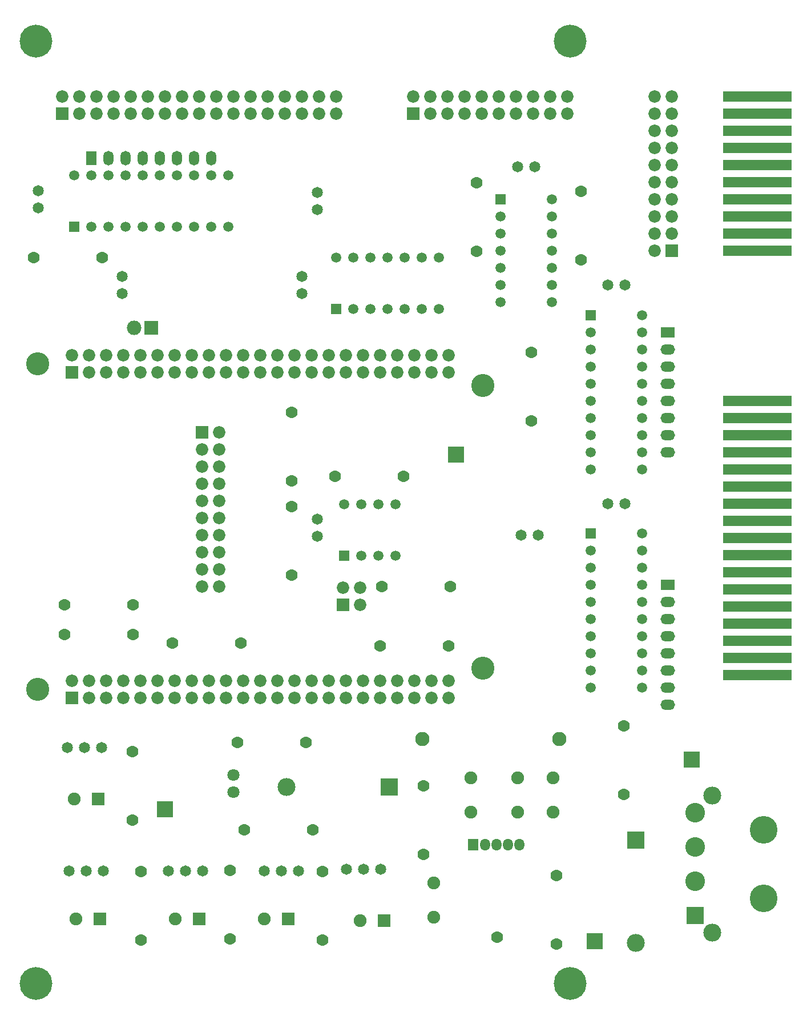
<source format=gbs>
%FSLAX34Y34*%
G04 Gerber Fmt 3.4, Leading zero omitted, Abs format*
G04 (created by PCBNEW (2014-02-12 BZR 4693)-product) date Sun 08 Jun 2014 08:36:32 PM EDT*
%MOIN*%
G01*
G70*
G90*
G04 APERTURE LIST*
%ADD10C,0.006000*%
%ADD11O,0.058724X0.069724*%
%ADD12R,0.058724X0.069724*%
%ADD13C,0.069724*%
%ADD14C,0.134724*%
%ADD15R,0.072724X0.072724*%
%ADD16C,0.072724*%
%ADD17R,0.404724X0.064724*%
%ADD18C,0.083424*%
%ADD19C,0.104724*%
%ADD20R,0.104724X0.104724*%
%ADD21R,0.084724X0.084724*%
%ADD22O,0.084724X0.084724*%
%ADD23O,0.072724X0.072724*%
%ADD24R,0.059724X0.059724*%
%ADD25C,0.059724*%
%ADD26C,0.191724*%
%ADD27R,0.074724X0.074724*%
%ADD28C,0.074724*%
%ADD29C,0.070724*%
%ADD30R,0.092724X0.092724*%
%ADD31R,0.059724X0.084724*%
%ADD32O,0.059724X0.084724*%
%ADD33R,0.084724X0.059724*%
%ADD34O,0.084724X0.059724*%
%ADD35C,0.114724*%
%ADD36C,0.161724*%
%ADD37C,0.064724*%
G04 APERTURE END LIST*
G54D10*
G54D11*
X76340Y-54180D03*
X75670Y-54180D03*
X75000Y-54180D03*
X74330Y-54180D03*
G54D12*
X73660Y-54180D03*
G54D13*
X75030Y-59580D03*
G54D14*
X74200Y-43850D03*
X48200Y-45100D03*
X48200Y-26100D03*
X74200Y-27350D03*
G54D15*
X50200Y-45600D03*
G54D16*
X50200Y-44600D03*
X51200Y-45600D03*
X51200Y-44600D03*
X52200Y-45600D03*
X52200Y-44600D03*
X53200Y-45600D03*
X53200Y-44600D03*
X54200Y-45600D03*
X54200Y-44600D03*
X55200Y-45600D03*
X55200Y-44600D03*
X56200Y-45600D03*
X56200Y-44600D03*
X57200Y-45600D03*
X57200Y-44600D03*
X58200Y-45600D03*
X58200Y-44600D03*
X59200Y-45600D03*
X59200Y-44600D03*
X60200Y-45600D03*
X60200Y-44600D03*
X61200Y-45600D03*
X61200Y-44600D03*
X62200Y-45600D03*
X62200Y-44600D03*
X63200Y-45600D03*
X63200Y-44600D03*
X64200Y-45600D03*
X64200Y-44600D03*
X65200Y-45600D03*
X65200Y-44600D03*
X66200Y-45600D03*
X66200Y-44600D03*
X67200Y-45600D03*
X67200Y-44600D03*
X68200Y-45600D03*
X68200Y-44600D03*
X69200Y-45600D03*
X69200Y-44600D03*
X70200Y-45600D03*
X70200Y-44600D03*
X71200Y-45600D03*
X71200Y-44600D03*
X72200Y-45600D03*
X72200Y-44600D03*
G54D15*
X50200Y-26600D03*
G54D16*
X50200Y-25600D03*
X51200Y-26600D03*
X51200Y-25600D03*
X52200Y-26600D03*
X52200Y-25600D03*
X53200Y-26600D03*
X53200Y-25600D03*
X54200Y-26600D03*
X54200Y-25600D03*
X55200Y-26600D03*
X55200Y-25600D03*
X56200Y-26600D03*
X56200Y-25600D03*
X57200Y-26600D03*
X57200Y-25600D03*
X58200Y-26600D03*
X58200Y-25600D03*
X59200Y-26600D03*
X59200Y-25600D03*
X60200Y-26600D03*
X60200Y-25600D03*
X61200Y-26600D03*
X61200Y-25600D03*
X62200Y-26600D03*
X62200Y-25600D03*
X63200Y-26600D03*
X63200Y-25600D03*
X64200Y-26600D03*
X64200Y-25600D03*
X65200Y-26600D03*
X65200Y-25600D03*
X66200Y-26600D03*
X66200Y-25600D03*
X67200Y-26600D03*
X67200Y-25600D03*
X68200Y-26600D03*
X68200Y-25600D03*
X69200Y-26600D03*
X69200Y-25600D03*
X70200Y-26600D03*
X70200Y-25600D03*
X71200Y-26600D03*
X71200Y-25600D03*
X72200Y-26600D03*
X72200Y-25600D03*
G54D17*
X90250Y-19500D03*
X90250Y-18500D03*
X90250Y-17500D03*
X90250Y-16500D03*
X90250Y-15500D03*
X90250Y-14500D03*
X90250Y-13500D03*
X90250Y-12500D03*
X90250Y-11500D03*
X90250Y-10500D03*
G54D18*
X78687Y-48000D03*
X70687Y-48000D03*
G54D19*
X83150Y-59900D03*
G54D20*
X83150Y-53900D03*
G54D19*
X62750Y-50800D03*
G54D20*
X68750Y-50800D03*
G54D21*
X54850Y-24000D03*
G54D22*
X53850Y-24000D03*
G54D15*
X66050Y-40150D03*
G54D23*
X66050Y-39150D03*
X67050Y-40150D03*
X67050Y-39150D03*
G54D24*
X80500Y-36000D03*
G54D25*
X80500Y-37000D03*
X80500Y-38000D03*
X80500Y-39000D03*
X80500Y-40000D03*
X80500Y-41000D03*
X80500Y-42000D03*
X80500Y-43000D03*
X80500Y-44000D03*
X80500Y-45000D03*
X83500Y-45000D03*
X83500Y-44000D03*
X83500Y-43000D03*
X83500Y-42000D03*
X83500Y-41000D03*
X83500Y-40000D03*
X83500Y-39000D03*
X83500Y-38000D03*
X83500Y-37000D03*
X83500Y-36000D03*
G54D24*
X80500Y-23250D03*
G54D25*
X80500Y-24250D03*
X80500Y-25250D03*
X80500Y-26250D03*
X80500Y-27250D03*
X80500Y-28250D03*
X80500Y-29250D03*
X80500Y-30250D03*
X80500Y-31250D03*
X80500Y-32250D03*
X83500Y-32250D03*
X83500Y-31250D03*
X83500Y-30250D03*
X83500Y-29250D03*
X83500Y-28250D03*
X83500Y-27250D03*
X83500Y-26250D03*
X83500Y-25250D03*
X83500Y-24250D03*
X83500Y-23250D03*
G54D24*
X65650Y-22900D03*
G54D25*
X66650Y-22900D03*
X67650Y-22900D03*
X68650Y-22900D03*
X69650Y-22900D03*
X70650Y-22900D03*
X71650Y-22900D03*
X71650Y-19900D03*
X70650Y-19900D03*
X69650Y-19900D03*
X68650Y-19900D03*
X67650Y-19900D03*
X66650Y-19900D03*
X65650Y-19900D03*
G54D24*
X50350Y-18100D03*
G54D25*
X51350Y-18100D03*
X52350Y-18100D03*
X53350Y-18100D03*
X54350Y-18100D03*
X55350Y-18100D03*
X56350Y-18100D03*
X57350Y-18100D03*
X58350Y-18100D03*
X59350Y-18100D03*
X59350Y-15100D03*
X58350Y-15100D03*
X57350Y-15100D03*
X56350Y-15100D03*
X55350Y-15100D03*
X54350Y-15100D03*
X53350Y-15100D03*
X52350Y-15100D03*
X51350Y-15100D03*
X50350Y-15100D03*
G54D24*
X66124Y-37314D03*
G54D25*
X67124Y-37314D03*
X68124Y-37314D03*
X69124Y-37314D03*
X69124Y-34314D03*
X68124Y-34314D03*
X67124Y-34314D03*
X66124Y-34314D03*
G54D24*
X75250Y-16500D03*
G54D25*
X75250Y-17500D03*
X75250Y-18500D03*
X75250Y-19500D03*
X75250Y-20500D03*
X75250Y-21500D03*
X75250Y-22500D03*
X78250Y-22500D03*
X78250Y-21500D03*
X78250Y-20500D03*
X78250Y-19500D03*
X78250Y-18500D03*
X78250Y-17500D03*
X78250Y-16500D03*
G54D15*
X57800Y-30100D03*
G54D23*
X58800Y-30100D03*
X57800Y-31100D03*
X58800Y-31100D03*
X57800Y-32100D03*
X58800Y-32100D03*
X57800Y-33100D03*
X58800Y-33100D03*
X57800Y-34100D03*
X58800Y-34100D03*
X57800Y-35100D03*
X58800Y-35100D03*
X57800Y-36100D03*
X58800Y-36100D03*
X57800Y-37100D03*
X58800Y-37100D03*
X57800Y-38100D03*
X58800Y-38100D03*
X57800Y-39100D03*
X58800Y-39100D03*
G54D15*
X85250Y-19500D03*
G54D23*
X84250Y-19500D03*
X85250Y-18500D03*
X84250Y-18500D03*
X85250Y-17500D03*
X84250Y-17500D03*
X85250Y-16500D03*
X84250Y-16500D03*
X85250Y-15500D03*
X84250Y-15500D03*
X85250Y-14500D03*
X84250Y-14500D03*
X85250Y-13500D03*
X84250Y-13500D03*
X85250Y-12500D03*
X84250Y-12500D03*
X85250Y-11500D03*
X84250Y-11500D03*
X85250Y-10500D03*
X84250Y-10500D03*
G54D15*
X70150Y-11500D03*
G54D23*
X70150Y-10500D03*
X71150Y-11500D03*
X71150Y-10500D03*
X72150Y-11500D03*
X72150Y-10500D03*
X73150Y-11500D03*
X73150Y-10500D03*
X74150Y-11500D03*
X74150Y-10500D03*
X75150Y-11500D03*
X75150Y-10500D03*
X76150Y-11500D03*
X76150Y-10500D03*
X77150Y-11500D03*
X77150Y-10500D03*
X78150Y-11500D03*
X78150Y-10500D03*
X79150Y-11500D03*
X79150Y-10500D03*
G54D26*
X48100Y-62250D03*
X79300Y-7250D03*
X79300Y-62250D03*
X48100Y-7250D03*
G54D27*
X51730Y-51500D03*
G54D28*
X50350Y-51500D03*
G54D27*
X68430Y-58600D03*
G54D28*
X67050Y-58600D03*
G54D27*
X62830Y-58500D03*
G54D28*
X61450Y-58500D03*
G54D27*
X57630Y-58500D03*
G54D28*
X56250Y-58500D03*
G54D27*
X51830Y-58500D03*
G54D28*
X50450Y-58500D03*
G54D15*
X49650Y-11500D03*
G54D23*
X49650Y-10500D03*
X50650Y-11500D03*
X50650Y-10500D03*
X51650Y-11500D03*
X51650Y-10500D03*
X52650Y-11500D03*
X52650Y-10500D03*
X53650Y-11500D03*
X53650Y-10500D03*
X54650Y-11500D03*
X54650Y-10500D03*
X55650Y-11500D03*
X55650Y-10500D03*
X56650Y-11500D03*
X56650Y-10500D03*
X57650Y-11500D03*
X57650Y-10500D03*
X58650Y-11500D03*
X58650Y-10500D03*
X59650Y-11500D03*
X59650Y-10500D03*
X60650Y-11500D03*
X60650Y-10500D03*
X61650Y-11500D03*
X61650Y-10500D03*
X62650Y-11500D03*
X62650Y-10500D03*
X63650Y-11500D03*
X63650Y-10500D03*
X64650Y-11500D03*
X64650Y-10500D03*
X65650Y-11500D03*
X65650Y-10500D03*
G54D29*
X59650Y-50100D03*
X59650Y-51100D03*
G54D17*
X90250Y-44250D03*
X90250Y-43250D03*
X90250Y-42250D03*
X90250Y-41250D03*
X90250Y-40250D03*
X90250Y-39250D03*
X90250Y-38250D03*
X90250Y-37250D03*
X90250Y-36250D03*
X90250Y-35250D03*
X90250Y-34250D03*
X90250Y-33250D03*
X90250Y-32250D03*
X90250Y-31250D03*
X90250Y-30250D03*
X90250Y-29250D03*
X90250Y-28250D03*
G54D30*
X72650Y-31400D03*
X55650Y-52100D03*
X80750Y-59800D03*
X86400Y-49200D03*
G54D31*
X51350Y-14100D03*
G54D32*
X52350Y-14100D03*
X53350Y-14100D03*
X54350Y-14100D03*
X55350Y-14100D03*
X56350Y-14100D03*
X57350Y-14100D03*
X58350Y-14100D03*
G54D33*
X85000Y-24250D03*
G54D34*
X85000Y-25250D03*
X85000Y-26250D03*
X85000Y-27250D03*
X85000Y-28250D03*
X85000Y-29250D03*
X85000Y-30250D03*
X85000Y-31250D03*
G54D33*
X85000Y-39000D03*
G54D34*
X85000Y-40000D03*
X85000Y-41000D03*
X85000Y-42000D03*
X85000Y-43000D03*
X85000Y-44000D03*
X85000Y-45000D03*
X85000Y-46000D03*
G54D20*
X86600Y-58300D03*
G54D35*
X86600Y-56300D03*
X86600Y-54300D03*
X86600Y-52300D03*
G54D36*
X90600Y-53300D03*
X90600Y-57300D03*
G54D19*
X87600Y-51300D03*
X87600Y-59300D03*
G54D13*
X56081Y-42400D03*
X60081Y-42400D03*
X77050Y-25431D03*
X77050Y-29431D03*
X53769Y-40150D03*
X49769Y-40150D03*
X73850Y-19519D03*
X73850Y-15519D03*
X53769Y-41900D03*
X49769Y-41900D03*
X51969Y-19900D03*
X47969Y-19900D03*
X64850Y-55731D03*
X64850Y-59731D03*
X60281Y-53300D03*
X64281Y-53300D03*
X59450Y-59669D03*
X59450Y-55669D03*
X54250Y-55731D03*
X54250Y-59731D03*
X53750Y-48731D03*
X53750Y-52731D03*
X63869Y-48200D03*
X59869Y-48200D03*
X82450Y-47231D03*
X82450Y-51231D03*
X72219Y-42550D03*
X68219Y-42550D03*
X63050Y-34431D03*
X63050Y-38431D03*
X72319Y-39100D03*
X68319Y-39100D03*
X78500Y-59969D03*
X78500Y-55969D03*
X65581Y-32650D03*
X69581Y-32650D03*
X63050Y-28931D03*
X63050Y-32931D03*
X79950Y-16031D03*
X79950Y-20031D03*
X70750Y-50731D03*
X70750Y-54731D03*
G54D37*
X63650Y-21000D03*
X63650Y-22000D03*
X64550Y-16100D03*
X64550Y-17100D03*
X82500Y-34250D03*
X81500Y-34250D03*
X77450Y-36100D03*
X76450Y-36100D03*
X77250Y-14600D03*
X76250Y-14600D03*
X53150Y-21000D03*
X53150Y-22000D03*
X48250Y-16000D03*
X48250Y-17000D03*
X64550Y-35150D03*
X64550Y-36150D03*
X82500Y-21500D03*
X81500Y-21500D03*
X50950Y-48500D03*
X51950Y-48500D03*
X49950Y-48500D03*
X51050Y-55700D03*
X52050Y-55700D03*
X50050Y-55700D03*
X56850Y-55700D03*
X57850Y-55700D03*
X55850Y-55700D03*
X62450Y-55700D03*
X63450Y-55700D03*
X61450Y-55700D03*
X67250Y-55600D03*
X68250Y-55600D03*
X66250Y-55600D03*
G54D28*
X71350Y-56400D03*
X71350Y-58400D03*
X78300Y-52250D03*
X78300Y-50250D03*
X76250Y-52250D03*
X76250Y-50250D03*
X73500Y-52250D03*
X73500Y-50250D03*
M02*

</source>
